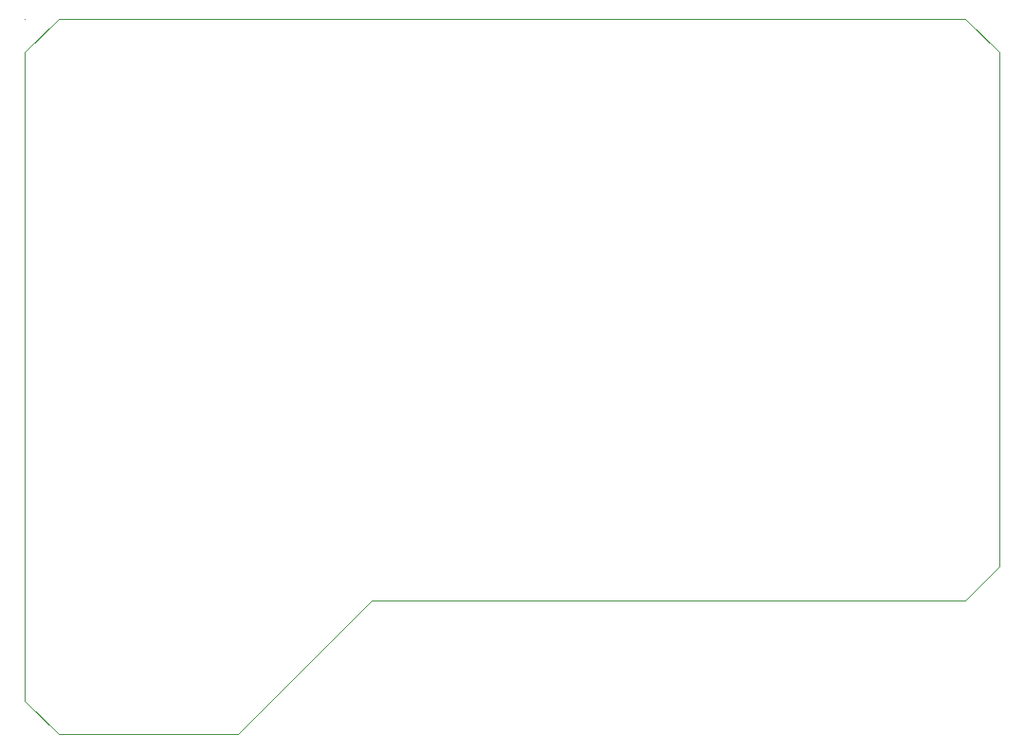
<source format=gbr>
G04 (created by PCBNEW (2013-07-07 BZR 4022)-stable) date Sun 21 Dec 2014 01:02:58 PM MSK*
%MOIN*%
G04 Gerber Fmt 3.4, Leading zero omitted, Abs format*
%FSLAX34Y34*%
G01*
G70*
G90*
G04 APERTURE LIST*
%ADD10C,0.00590551*%
%ADD11C,0.00393701*%
G04 APERTURE END LIST*
G54D10*
G54D11*
X1181Y0D02*
X33070Y0D01*
X0Y-24015D02*
X0Y-1181D01*
X34251Y-1181D02*
X33070Y0D01*
X34251Y-19291D02*
X34251Y-1181D01*
X33070Y-20472D02*
X34251Y-19291D01*
X12204Y-20472D02*
X33070Y-20472D01*
X7480Y-25196D02*
X12204Y-20472D01*
X1181Y-25196D02*
X7480Y-25196D01*
X0Y-24015D02*
X1181Y-25196D01*
X0Y0D02*
G75*
G03X0Y0I0J0D01*
G74*
G01*
X0Y0D02*
X0Y0D01*
X0Y0D02*
X0Y0D01*
X0Y-1181D02*
X1181Y0D01*
M02*

</source>
